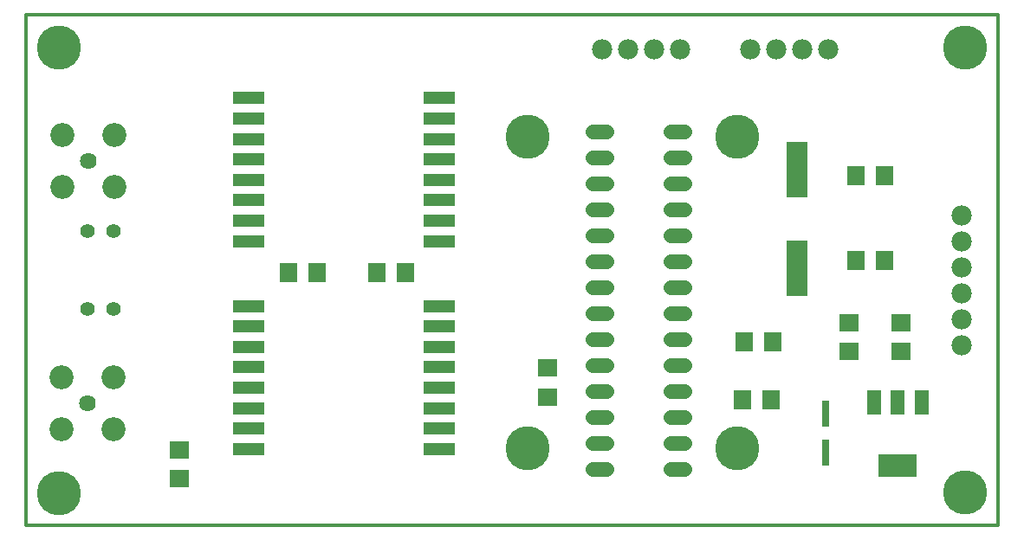
<source format=gts>
G75*
%MOIN*%
%OFA0B0*%
%FSLAX24Y24*%
%IPPOS*%
%LPD*%
%AMOC8*
5,1,8,0,0,1.08239X$1,22.5*
%
%ADD10C,0.0120*%
%ADD11C,0.0560*%
%ADD12R,0.1221X0.0512*%
%ADD13R,0.0520X0.0920*%
%ADD14R,0.1457X0.0906*%
%ADD15R,0.0670X0.0749*%
%ADD16R,0.0800X0.2140*%
%ADD17R,0.0749X0.0670*%
%ADD18C,0.0640*%
%ADD19C,0.0926*%
%ADD20C,0.0780*%
%ADD21R,0.0296X0.1040*%
%ADD22C,0.1700*%
%ADD23C,0.0555*%
D10*
X000160Y000160D02*
X037562Y000160D01*
X037562Y019845D01*
X000160Y019845D01*
X000160Y000160D01*
D11*
X021960Y002349D02*
X022480Y002349D01*
X022480Y003349D02*
X021960Y003349D01*
X021960Y004349D02*
X022480Y004349D01*
X022480Y005349D02*
X021960Y005349D01*
X021960Y006349D02*
X022480Y006349D01*
X022480Y007349D02*
X021960Y007349D01*
X021960Y008349D02*
X022480Y008349D01*
X022480Y009349D02*
X021960Y009349D01*
X021960Y010349D02*
X022480Y010349D01*
X022480Y011349D02*
X021960Y011349D01*
X021960Y012349D02*
X022480Y012349D01*
X022480Y013349D02*
X021960Y013349D01*
X021960Y014349D02*
X022480Y014349D01*
X022480Y015349D02*
X021960Y015349D01*
X024960Y015349D02*
X025480Y015349D01*
X025480Y014349D02*
X024960Y014349D01*
X024960Y013349D02*
X025480Y013349D01*
X025480Y012349D02*
X024960Y012349D01*
X024960Y011349D02*
X025480Y011349D01*
X025480Y010349D02*
X024960Y010349D01*
X024960Y009349D02*
X025480Y009349D01*
X025480Y008349D02*
X024960Y008349D01*
X024960Y007349D02*
X025480Y007349D01*
X025480Y006349D02*
X024960Y006349D01*
X024960Y005349D02*
X025480Y005349D01*
X025480Y004349D02*
X024960Y004349D01*
X024960Y003349D02*
X025480Y003349D01*
X025480Y002349D02*
X024960Y002349D01*
D12*
X016076Y003106D03*
X016076Y003893D03*
X016076Y004681D03*
X016076Y005468D03*
X016076Y006256D03*
X016076Y007043D03*
X016076Y007830D03*
X016076Y008618D03*
X016075Y011114D03*
X016075Y011902D03*
X016075Y012689D03*
X016075Y013477D03*
X016075Y014264D03*
X016075Y015051D03*
X016075Y015839D03*
X016075Y016626D03*
X008713Y016626D03*
X008713Y015839D03*
X008713Y015051D03*
X008713Y014264D03*
X008713Y013477D03*
X008713Y012689D03*
X008713Y011902D03*
X008713Y011114D03*
X008714Y008618D03*
X008714Y007830D03*
X008714Y007043D03*
X008714Y006256D03*
X008714Y005468D03*
X008714Y004681D03*
X008714Y003893D03*
X008714Y003106D03*
D13*
X032793Y004916D03*
X033703Y004916D03*
X034613Y004916D03*
D14*
X033703Y002475D03*
D15*
X028837Y004994D03*
X027735Y004994D03*
X027781Y007243D03*
X028884Y007243D03*
X032088Y010361D03*
X033191Y010361D03*
X033188Y013640D03*
X032086Y013640D03*
X014766Y009914D03*
X013664Y009914D03*
X011361Y009891D03*
X010259Y009891D03*
D16*
X029844Y010082D03*
X029844Y013882D03*
D17*
X031812Y007979D03*
X031812Y006877D03*
X033830Y006866D03*
X033830Y007968D03*
X020239Y006223D03*
X020239Y005121D03*
X006066Y003073D03*
X006066Y001971D03*
D18*
X002522Y004884D03*
X002557Y014205D03*
D19*
X003557Y013205D03*
X001557Y013205D03*
X001557Y015205D03*
X003557Y015205D03*
X003522Y005884D03*
X001522Y005884D03*
X001522Y003884D03*
X003522Y003884D03*
D20*
X022322Y018520D03*
X023322Y018520D03*
X024322Y018520D03*
X025322Y018520D03*
X028013Y018515D03*
X029013Y018515D03*
X030013Y018515D03*
X031013Y018515D03*
X036156Y012117D03*
X036156Y011117D03*
X036156Y010117D03*
X036156Y009117D03*
X036156Y008117D03*
X036156Y007117D03*
D21*
X030916Y004472D03*
X030916Y002955D03*
D22*
X027519Y003136D03*
X019451Y003136D03*
X036297Y001430D03*
X027519Y015141D03*
X019451Y015141D03*
X036297Y018580D03*
X001433Y018584D03*
X001439Y001420D03*
D23*
X002522Y008503D03*
X003522Y008503D03*
X003522Y011503D03*
X002522Y011503D03*
M02*

</source>
